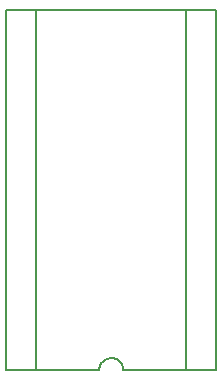
<source format=gbo>
G75*
G70*
%OFA0B0*%
%FSLAX24Y24*%
%IPPOS*%
%LPD*%
%AMOC8*
5,1,8,0,0,1.08239X$1,22.5*
%
%ADD10C,0.0060*%
D10*
X004300Y005633D02*
X005300Y005633D01*
X007400Y005633D01*
X007402Y005672D01*
X007408Y005711D01*
X007417Y005749D01*
X007430Y005786D01*
X007447Y005822D01*
X007467Y005855D01*
X007491Y005887D01*
X007517Y005916D01*
X007546Y005942D01*
X007578Y005966D01*
X007611Y005986D01*
X007647Y006003D01*
X007684Y006016D01*
X007722Y006025D01*
X007761Y006031D01*
X007800Y006033D01*
X007839Y006031D01*
X007878Y006025D01*
X007916Y006016D01*
X007953Y006003D01*
X007989Y005986D01*
X008022Y005966D01*
X008054Y005942D01*
X008083Y005916D01*
X008109Y005887D01*
X008133Y005855D01*
X008153Y005822D01*
X008170Y005786D01*
X008183Y005749D01*
X008192Y005711D01*
X008198Y005672D01*
X008200Y005633D01*
X010300Y005633D01*
X010300Y017633D01*
X005300Y017633D01*
X004300Y017633D01*
X004300Y005633D01*
X005300Y005633D02*
X005300Y017633D01*
X010300Y017633D02*
X011300Y017633D01*
X011300Y005633D01*
X010300Y005633D01*
M02*

</source>
